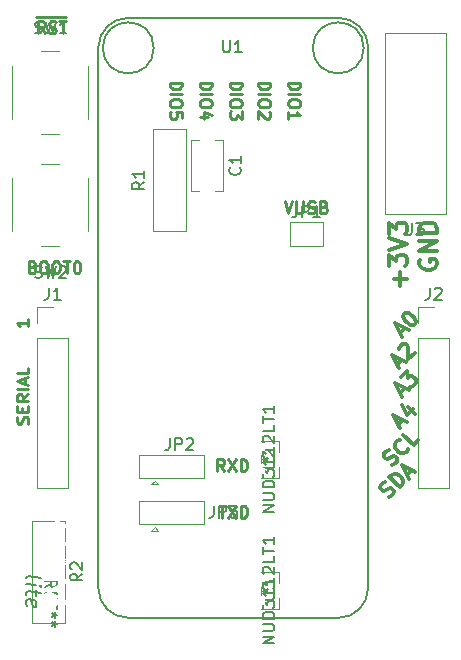
<source format=gto>
G04 #@! TF.GenerationSoftware,KiCad,Pcbnew,(7.0.0)*
G04 #@! TF.CreationDate,2023-05-02T10:20:12-04:00*
G04 #@! TF.ProjectId,Feather-F405-Bridge,46656174-6865-4722-9d46-3430352d4272,rev?*
G04 #@! TF.SameCoordinates,Original*
G04 #@! TF.FileFunction,Legend,Top*
G04 #@! TF.FilePolarity,Positive*
%FSLAX46Y46*%
G04 Gerber Fmt 4.6, Leading zero omitted, Abs format (unit mm)*
G04 Created by KiCad (PCBNEW (7.0.0)) date 2023-05-02 10:20:12*
%MOMM*%
%LPD*%
G01*
G04 APERTURE LIST*
G04 Aperture macros list*
%AMFreePoly0*
4,1,6,1.000000,0.000000,0.500000,-0.750000,-0.500000,-0.750000,-0.500000,0.750000,0.500000,0.750000,1.000000,0.000000,1.000000,0.000000,$1*%
%AMFreePoly1*
4,1,6,0.500000,-0.750000,-0.650000,-0.750000,-0.150000,0.000000,-0.650000,0.750000,0.500000,0.750000,0.500000,-0.750000,0.500000,-0.750000,$1*%
G04 Aperture macros list end*
%ADD10C,0.250000*%
%ADD11C,0.300000*%
%ADD12C,0.150000*%
%ADD13C,0.177800*%
%ADD14C,0.120000*%
%ADD15C,0.203200*%
%ADD16C,0.075726*%
%ADD17R,1.270000X0.558800*%
%ADD18C,1.600000*%
%ADD19R,1.500000X1.500000*%
%ADD20FreePoly0,0.000000*%
%ADD21FreePoly0,180.000000*%
%ADD22C,2.000000*%
%ADD23C,3.556000*%
%ADD24C,2.540000*%
%ADD25R,1.700000X1.700000*%
%ADD26O,1.700000X1.700000*%
%ADD27C,1.700000*%
%ADD28FreePoly1,0.000000*%
G04 APERTURE END LIST*
D10*
X47966380Y-119493380D02*
X47633047Y-119017190D01*
X47394952Y-119493380D02*
X47394952Y-118493380D01*
X47394952Y-118493380D02*
X47775904Y-118493380D01*
X47775904Y-118493380D02*
X47871142Y-118541000D01*
X47871142Y-118541000D02*
X47918761Y-118588619D01*
X47918761Y-118588619D02*
X47966380Y-118683857D01*
X47966380Y-118683857D02*
X47966380Y-118826714D01*
X47966380Y-118826714D02*
X47918761Y-118921952D01*
X47918761Y-118921952D02*
X47871142Y-118969571D01*
X47871142Y-118969571D02*
X47775904Y-119017190D01*
X47775904Y-119017190D02*
X47394952Y-119017190D01*
X48347333Y-119445761D02*
X48490190Y-119493380D01*
X48490190Y-119493380D02*
X48728285Y-119493380D01*
X48728285Y-119493380D02*
X48823523Y-119445761D01*
X48823523Y-119445761D02*
X48871142Y-119398142D01*
X48871142Y-119398142D02*
X48918761Y-119302904D01*
X48918761Y-119302904D02*
X48918761Y-119207666D01*
X48918761Y-119207666D02*
X48871142Y-119112428D01*
X48871142Y-119112428D02*
X48823523Y-119064809D01*
X48823523Y-119064809D02*
X48728285Y-119017190D01*
X48728285Y-119017190D02*
X48537809Y-118969571D01*
X48537809Y-118969571D02*
X48442571Y-118921952D01*
X48442571Y-118921952D02*
X48394952Y-118874333D01*
X48394952Y-118874333D02*
X48347333Y-118779095D01*
X48347333Y-118779095D02*
X48347333Y-118683857D01*
X48347333Y-118683857D02*
X48394952Y-118588619D01*
X48394952Y-118588619D02*
X48442571Y-118541000D01*
X48442571Y-118541000D02*
X48537809Y-118493380D01*
X48537809Y-118493380D02*
X48775904Y-118493380D01*
X48775904Y-118493380D02*
X48918761Y-118541000D01*
X49204476Y-118493380D02*
X49775904Y-118493380D01*
X49490190Y-119493380D02*
X49490190Y-118493380D01*
X47256857Y-118141000D02*
X49771143Y-118141000D01*
X58560619Y-123682095D02*
X59560619Y-123682095D01*
X59560619Y-123682095D02*
X59560619Y-123920190D01*
X59560619Y-123920190D02*
X59513000Y-124063047D01*
X59513000Y-124063047D02*
X59417761Y-124158285D01*
X59417761Y-124158285D02*
X59322523Y-124205904D01*
X59322523Y-124205904D02*
X59132047Y-124253523D01*
X59132047Y-124253523D02*
X58989190Y-124253523D01*
X58989190Y-124253523D02*
X58798714Y-124205904D01*
X58798714Y-124205904D02*
X58703476Y-124158285D01*
X58703476Y-124158285D02*
X58608238Y-124063047D01*
X58608238Y-124063047D02*
X58560619Y-123920190D01*
X58560619Y-123920190D02*
X58560619Y-123682095D01*
X58560619Y-124682095D02*
X59560619Y-124682095D01*
X59560619Y-125348761D02*
X59560619Y-125539237D01*
X59560619Y-125539237D02*
X59513000Y-125634475D01*
X59513000Y-125634475D02*
X59417761Y-125729713D01*
X59417761Y-125729713D02*
X59227285Y-125777332D01*
X59227285Y-125777332D02*
X58893952Y-125777332D01*
X58893952Y-125777332D02*
X58703476Y-125729713D01*
X58703476Y-125729713D02*
X58608238Y-125634475D01*
X58608238Y-125634475D02*
X58560619Y-125539237D01*
X58560619Y-125539237D02*
X58560619Y-125348761D01*
X58560619Y-125348761D02*
X58608238Y-125253523D01*
X58608238Y-125253523D02*
X58703476Y-125158285D01*
X58703476Y-125158285D02*
X58893952Y-125110666D01*
X58893952Y-125110666D02*
X59227285Y-125110666D01*
X59227285Y-125110666D02*
X59417761Y-125158285D01*
X59417761Y-125158285D02*
X59513000Y-125253523D01*
X59513000Y-125253523D02*
X59560619Y-125348761D01*
X59560619Y-126682094D02*
X59560619Y-126205904D01*
X59560619Y-126205904D02*
X59084428Y-126158285D01*
X59084428Y-126158285D02*
X59132047Y-126205904D01*
X59132047Y-126205904D02*
X59179666Y-126301142D01*
X59179666Y-126301142D02*
X59179666Y-126539237D01*
X59179666Y-126539237D02*
X59132047Y-126634475D01*
X59132047Y-126634475D02*
X59084428Y-126682094D01*
X59084428Y-126682094D02*
X58989190Y-126729713D01*
X58989190Y-126729713D02*
X58751095Y-126729713D01*
X58751095Y-126729713D02*
X58655857Y-126682094D01*
X58655857Y-126682094D02*
X58608238Y-126634475D01*
X58608238Y-126634475D02*
X58560619Y-126539237D01*
X58560619Y-126539237D02*
X58560619Y-126301142D01*
X58560619Y-126301142D02*
X58608238Y-126205904D01*
X58608238Y-126205904D02*
X58655857Y-126158285D01*
X62706238Y-159514380D02*
X63277666Y-159514380D01*
X62991952Y-160514380D02*
X62991952Y-159514380D01*
X63515762Y-159514380D02*
X64182428Y-160514380D01*
X64182428Y-159514380D02*
X63515762Y-160514380D01*
X64563381Y-160514380D02*
X64563381Y-159514380D01*
X64563381Y-159514380D02*
X64801476Y-159514380D01*
X64801476Y-159514380D02*
X64944333Y-159562000D01*
X64944333Y-159562000D02*
X65039571Y-159657238D01*
X65039571Y-159657238D02*
X65087190Y-159752476D01*
X65087190Y-159752476D02*
X65134809Y-159942952D01*
X65134809Y-159942952D02*
X65134809Y-160085809D01*
X65134809Y-160085809D02*
X65087190Y-160276285D01*
X65087190Y-160276285D02*
X65039571Y-160371523D01*
X65039571Y-160371523D02*
X64944333Y-160466761D01*
X64944333Y-160466761D02*
X64801476Y-160514380D01*
X64801476Y-160514380D02*
X64563381Y-160514380D01*
X63640619Y-123682095D02*
X64640619Y-123682095D01*
X64640619Y-123682095D02*
X64640619Y-123920190D01*
X64640619Y-123920190D02*
X64593000Y-124063047D01*
X64593000Y-124063047D02*
X64497761Y-124158285D01*
X64497761Y-124158285D02*
X64402523Y-124205904D01*
X64402523Y-124205904D02*
X64212047Y-124253523D01*
X64212047Y-124253523D02*
X64069190Y-124253523D01*
X64069190Y-124253523D02*
X63878714Y-124205904D01*
X63878714Y-124205904D02*
X63783476Y-124158285D01*
X63783476Y-124158285D02*
X63688238Y-124063047D01*
X63688238Y-124063047D02*
X63640619Y-123920190D01*
X63640619Y-123920190D02*
X63640619Y-123682095D01*
X63640619Y-124682095D02*
X64640619Y-124682095D01*
X64640619Y-125348761D02*
X64640619Y-125539237D01*
X64640619Y-125539237D02*
X64593000Y-125634475D01*
X64593000Y-125634475D02*
X64497761Y-125729713D01*
X64497761Y-125729713D02*
X64307285Y-125777332D01*
X64307285Y-125777332D02*
X63973952Y-125777332D01*
X63973952Y-125777332D02*
X63783476Y-125729713D01*
X63783476Y-125729713D02*
X63688238Y-125634475D01*
X63688238Y-125634475D02*
X63640619Y-125539237D01*
X63640619Y-125539237D02*
X63640619Y-125348761D01*
X63640619Y-125348761D02*
X63688238Y-125253523D01*
X63688238Y-125253523D02*
X63783476Y-125158285D01*
X63783476Y-125158285D02*
X63973952Y-125110666D01*
X63973952Y-125110666D02*
X64307285Y-125110666D01*
X64307285Y-125110666D02*
X64497761Y-125158285D01*
X64497761Y-125158285D02*
X64593000Y-125253523D01*
X64593000Y-125253523D02*
X64640619Y-125348761D01*
X64640619Y-126110666D02*
X64640619Y-126729713D01*
X64640619Y-126729713D02*
X64259666Y-126396380D01*
X64259666Y-126396380D02*
X64259666Y-126539237D01*
X64259666Y-126539237D02*
X64212047Y-126634475D01*
X64212047Y-126634475D02*
X64164428Y-126682094D01*
X64164428Y-126682094D02*
X64069190Y-126729713D01*
X64069190Y-126729713D02*
X63831095Y-126729713D01*
X63831095Y-126729713D02*
X63735857Y-126682094D01*
X63735857Y-126682094D02*
X63688238Y-126634475D01*
X63688238Y-126634475D02*
X63640619Y-126539237D01*
X63640619Y-126539237D02*
X63640619Y-126253523D01*
X63640619Y-126253523D02*
X63688238Y-126158285D01*
X63688238Y-126158285D02*
X63735857Y-126110666D01*
D11*
X78016134Y-144886233D02*
X78437031Y-144465336D01*
X78184492Y-145222950D02*
X77595237Y-144044439D01*
X77595237Y-144044439D02*
X78773748Y-144633695D01*
X78352852Y-143286824D02*
X78437031Y-143202645D01*
X78437031Y-143202645D02*
X78563300Y-143160555D01*
X78563300Y-143160555D02*
X78647479Y-143160555D01*
X78647479Y-143160555D02*
X78773748Y-143202645D01*
X78773748Y-143202645D02*
X78984197Y-143328914D01*
X78984197Y-143328914D02*
X79194645Y-143539363D01*
X79194645Y-143539363D02*
X79320914Y-143749811D01*
X79320914Y-143749811D02*
X79363004Y-143876080D01*
X79363004Y-143876080D02*
X79363004Y-143960259D01*
X79363004Y-143960259D02*
X79320914Y-144086529D01*
X79320914Y-144086529D02*
X79236735Y-144170708D01*
X79236735Y-144170708D02*
X79110466Y-144212798D01*
X79110466Y-144212798D02*
X79026287Y-144212798D01*
X79026287Y-144212798D02*
X78900017Y-144170708D01*
X78900017Y-144170708D02*
X78689569Y-144044439D01*
X78689569Y-144044439D02*
X78479121Y-143833990D01*
X78479121Y-143833990D02*
X78352852Y-143623542D01*
X78352852Y-143623542D02*
X78310762Y-143497273D01*
X78310762Y-143497273D02*
X78310762Y-143413093D01*
X78310762Y-143413093D02*
X78352852Y-143286824D01*
D10*
X46595380Y-143732285D02*
X46595380Y-144303713D01*
X46595380Y-144017999D02*
X45595380Y-144017999D01*
X45595380Y-144017999D02*
X45738238Y-144113237D01*
X45738238Y-144113237D02*
X45833476Y-144208475D01*
X45833476Y-144208475D02*
X45881095Y-144303713D01*
X68270667Y-133733380D02*
X68604000Y-134733380D01*
X68604000Y-134733380D02*
X68937333Y-133733380D01*
X69270667Y-133733380D02*
X69270667Y-134542904D01*
X69270667Y-134542904D02*
X69318286Y-134638142D01*
X69318286Y-134638142D02*
X69365905Y-134685761D01*
X69365905Y-134685761D02*
X69461143Y-134733380D01*
X69461143Y-134733380D02*
X69651619Y-134733380D01*
X69651619Y-134733380D02*
X69746857Y-134685761D01*
X69746857Y-134685761D02*
X69794476Y-134638142D01*
X69794476Y-134638142D02*
X69842095Y-134542904D01*
X69842095Y-134542904D02*
X69842095Y-133733380D01*
X70270667Y-134685761D02*
X70413524Y-134733380D01*
X70413524Y-134733380D02*
X70651619Y-134733380D01*
X70651619Y-134733380D02*
X70746857Y-134685761D01*
X70746857Y-134685761D02*
X70794476Y-134638142D01*
X70794476Y-134638142D02*
X70842095Y-134542904D01*
X70842095Y-134542904D02*
X70842095Y-134447666D01*
X70842095Y-134447666D02*
X70794476Y-134352428D01*
X70794476Y-134352428D02*
X70746857Y-134304809D01*
X70746857Y-134304809D02*
X70651619Y-134257190D01*
X70651619Y-134257190D02*
X70461143Y-134209571D01*
X70461143Y-134209571D02*
X70365905Y-134161952D01*
X70365905Y-134161952D02*
X70318286Y-134114333D01*
X70318286Y-134114333D02*
X70270667Y-134019095D01*
X70270667Y-134019095D02*
X70270667Y-133923857D01*
X70270667Y-133923857D02*
X70318286Y-133828619D01*
X70318286Y-133828619D02*
X70365905Y-133781000D01*
X70365905Y-133781000D02*
X70461143Y-133733380D01*
X70461143Y-133733380D02*
X70699238Y-133733380D01*
X70699238Y-133733380D02*
X70842095Y-133781000D01*
X71604000Y-134209571D02*
X71746857Y-134257190D01*
X71746857Y-134257190D02*
X71794476Y-134304809D01*
X71794476Y-134304809D02*
X71842095Y-134400047D01*
X71842095Y-134400047D02*
X71842095Y-134542904D01*
X71842095Y-134542904D02*
X71794476Y-134638142D01*
X71794476Y-134638142D02*
X71746857Y-134685761D01*
X71746857Y-134685761D02*
X71651619Y-134733380D01*
X71651619Y-134733380D02*
X71270667Y-134733380D01*
X71270667Y-134733380D02*
X71270667Y-133733380D01*
X71270667Y-133733380D02*
X71604000Y-133733380D01*
X71604000Y-133733380D02*
X71699238Y-133781000D01*
X71699238Y-133781000D02*
X71746857Y-133828619D01*
X71746857Y-133828619D02*
X71794476Y-133923857D01*
X71794476Y-133923857D02*
X71794476Y-134019095D01*
X71794476Y-134019095D02*
X71746857Y-134114333D01*
X71746857Y-134114333D02*
X71699238Y-134161952D01*
X71699238Y-134161952D02*
X71604000Y-134209571D01*
X71604000Y-134209571D02*
X71270667Y-134209571D01*
D11*
X77384789Y-156098475D02*
X77553147Y-156014296D01*
X77553147Y-156014296D02*
X77763596Y-155803847D01*
X77763596Y-155803847D02*
X77805685Y-155677578D01*
X77805685Y-155677578D02*
X77805685Y-155593399D01*
X77805685Y-155593399D02*
X77763596Y-155467130D01*
X77763596Y-155467130D02*
X77679416Y-155382950D01*
X77679416Y-155382950D02*
X77553147Y-155340861D01*
X77553147Y-155340861D02*
X77468968Y-155340861D01*
X77468968Y-155340861D02*
X77342699Y-155382950D01*
X77342699Y-155382950D02*
X77132250Y-155509219D01*
X77132250Y-155509219D02*
X77005981Y-155551309D01*
X77005981Y-155551309D02*
X76921802Y-155551309D01*
X76921802Y-155551309D02*
X76795533Y-155509219D01*
X76795533Y-155509219D02*
X76711353Y-155425040D01*
X76711353Y-155425040D02*
X76669264Y-155298771D01*
X76669264Y-155298771D02*
X76669264Y-155214592D01*
X76669264Y-155214592D02*
X76711353Y-155088322D01*
X76711353Y-155088322D02*
X76921802Y-154877874D01*
X76921802Y-154877874D02*
X77090161Y-154793695D01*
X78731658Y-154667426D02*
X78731658Y-154751605D01*
X78731658Y-154751605D02*
X78647479Y-154919964D01*
X78647479Y-154919964D02*
X78563300Y-155004143D01*
X78563300Y-155004143D02*
X78394941Y-155088323D01*
X78394941Y-155088323D02*
X78226582Y-155088323D01*
X78226582Y-155088323D02*
X78100313Y-155046233D01*
X78100313Y-155046233D02*
X77889865Y-154919964D01*
X77889865Y-154919964D02*
X77763596Y-154793695D01*
X77763596Y-154793695D02*
X77637327Y-154583246D01*
X77637327Y-154583246D02*
X77595237Y-154456977D01*
X77595237Y-154456977D02*
X77595237Y-154288619D01*
X77595237Y-154288619D02*
X77679416Y-154120260D01*
X77679416Y-154120260D02*
X77763596Y-154036080D01*
X77763596Y-154036080D02*
X77931954Y-153951901D01*
X77931954Y-153951901D02*
X78016134Y-153951901D01*
X79615542Y-153951901D02*
X79194645Y-154372798D01*
X79194645Y-154372798D02*
X78310762Y-153488914D01*
D10*
X46547761Y-152550523D02*
X46595380Y-152407666D01*
X46595380Y-152407666D02*
X46595380Y-152169571D01*
X46595380Y-152169571D02*
X46547761Y-152074333D01*
X46547761Y-152074333D02*
X46500142Y-152026714D01*
X46500142Y-152026714D02*
X46404904Y-151979095D01*
X46404904Y-151979095D02*
X46309666Y-151979095D01*
X46309666Y-151979095D02*
X46214428Y-152026714D01*
X46214428Y-152026714D02*
X46166809Y-152074333D01*
X46166809Y-152074333D02*
X46119190Y-152169571D01*
X46119190Y-152169571D02*
X46071571Y-152360047D01*
X46071571Y-152360047D02*
X46023952Y-152455285D01*
X46023952Y-152455285D02*
X45976333Y-152502904D01*
X45976333Y-152502904D02*
X45881095Y-152550523D01*
X45881095Y-152550523D02*
X45785857Y-152550523D01*
X45785857Y-152550523D02*
X45690619Y-152502904D01*
X45690619Y-152502904D02*
X45643000Y-152455285D01*
X45643000Y-152455285D02*
X45595380Y-152360047D01*
X45595380Y-152360047D02*
X45595380Y-152121952D01*
X45595380Y-152121952D02*
X45643000Y-151979095D01*
X46071571Y-151550523D02*
X46071571Y-151217190D01*
X46595380Y-151074333D02*
X46595380Y-151550523D01*
X46595380Y-151550523D02*
X45595380Y-151550523D01*
X45595380Y-151550523D02*
X45595380Y-151074333D01*
X46595380Y-150074333D02*
X46119190Y-150407666D01*
X46595380Y-150645761D02*
X45595380Y-150645761D01*
X45595380Y-150645761D02*
X45595380Y-150264809D01*
X45595380Y-150264809D02*
X45643000Y-150169571D01*
X45643000Y-150169571D02*
X45690619Y-150121952D01*
X45690619Y-150121952D02*
X45785857Y-150074333D01*
X45785857Y-150074333D02*
X45928714Y-150074333D01*
X45928714Y-150074333D02*
X46023952Y-150121952D01*
X46023952Y-150121952D02*
X46071571Y-150169571D01*
X46071571Y-150169571D02*
X46119190Y-150264809D01*
X46119190Y-150264809D02*
X46119190Y-150645761D01*
X46595380Y-149645761D02*
X45595380Y-149645761D01*
X46309666Y-149217190D02*
X46309666Y-148741000D01*
X46595380Y-149312428D02*
X45595380Y-148979095D01*
X45595380Y-148979095D02*
X46595380Y-148645762D01*
X46595380Y-147836238D02*
X46595380Y-148312428D01*
X46595380Y-148312428D02*
X45595380Y-148312428D01*
X63166523Y-156577380D02*
X62833190Y-156101190D01*
X62595095Y-156577380D02*
X62595095Y-155577380D01*
X62595095Y-155577380D02*
X62976047Y-155577380D01*
X62976047Y-155577380D02*
X63071285Y-155625000D01*
X63071285Y-155625000D02*
X63118904Y-155672619D01*
X63118904Y-155672619D02*
X63166523Y-155767857D01*
X63166523Y-155767857D02*
X63166523Y-155910714D01*
X63166523Y-155910714D02*
X63118904Y-156005952D01*
X63118904Y-156005952D02*
X63071285Y-156053571D01*
X63071285Y-156053571D02*
X62976047Y-156101190D01*
X62976047Y-156101190D02*
X62595095Y-156101190D01*
X63499857Y-155577380D02*
X64166523Y-156577380D01*
X64166523Y-155577380D02*
X63499857Y-156577380D01*
X64547476Y-156577380D02*
X64547476Y-155577380D01*
X64547476Y-155577380D02*
X64785571Y-155577380D01*
X64785571Y-155577380D02*
X64928428Y-155625000D01*
X64928428Y-155625000D02*
X65023666Y-155720238D01*
X65023666Y-155720238D02*
X65071285Y-155815476D01*
X65071285Y-155815476D02*
X65118904Y-156005952D01*
X65118904Y-156005952D02*
X65118904Y-156148809D01*
X65118904Y-156148809D02*
X65071285Y-156339285D01*
X65071285Y-156339285D02*
X65023666Y-156434523D01*
X65023666Y-156434523D02*
X64928428Y-156529761D01*
X64928428Y-156529761D02*
X64785571Y-156577380D01*
X64785571Y-156577380D02*
X64547476Y-156577380D01*
X46934666Y-139289571D02*
X47077523Y-139337190D01*
X47077523Y-139337190D02*
X47125142Y-139384809D01*
X47125142Y-139384809D02*
X47172761Y-139480047D01*
X47172761Y-139480047D02*
X47172761Y-139622904D01*
X47172761Y-139622904D02*
X47125142Y-139718142D01*
X47125142Y-139718142D02*
X47077523Y-139765761D01*
X47077523Y-139765761D02*
X46982285Y-139813380D01*
X46982285Y-139813380D02*
X46601333Y-139813380D01*
X46601333Y-139813380D02*
X46601333Y-138813380D01*
X46601333Y-138813380D02*
X46934666Y-138813380D01*
X46934666Y-138813380D02*
X47029904Y-138861000D01*
X47029904Y-138861000D02*
X47077523Y-138908619D01*
X47077523Y-138908619D02*
X47125142Y-139003857D01*
X47125142Y-139003857D02*
X47125142Y-139099095D01*
X47125142Y-139099095D02*
X47077523Y-139194333D01*
X47077523Y-139194333D02*
X47029904Y-139241952D01*
X47029904Y-139241952D02*
X46934666Y-139289571D01*
X46934666Y-139289571D02*
X46601333Y-139289571D01*
X47791809Y-138813380D02*
X47982285Y-138813380D01*
X47982285Y-138813380D02*
X48077523Y-138861000D01*
X48077523Y-138861000D02*
X48172761Y-138956238D01*
X48172761Y-138956238D02*
X48220380Y-139146714D01*
X48220380Y-139146714D02*
X48220380Y-139480047D01*
X48220380Y-139480047D02*
X48172761Y-139670523D01*
X48172761Y-139670523D02*
X48077523Y-139765761D01*
X48077523Y-139765761D02*
X47982285Y-139813380D01*
X47982285Y-139813380D02*
X47791809Y-139813380D01*
X47791809Y-139813380D02*
X47696571Y-139765761D01*
X47696571Y-139765761D02*
X47601333Y-139670523D01*
X47601333Y-139670523D02*
X47553714Y-139480047D01*
X47553714Y-139480047D02*
X47553714Y-139146714D01*
X47553714Y-139146714D02*
X47601333Y-138956238D01*
X47601333Y-138956238D02*
X47696571Y-138861000D01*
X47696571Y-138861000D02*
X47791809Y-138813380D01*
X48839428Y-138813380D02*
X49029904Y-138813380D01*
X49029904Y-138813380D02*
X49125142Y-138861000D01*
X49125142Y-138861000D02*
X49220380Y-138956238D01*
X49220380Y-138956238D02*
X49267999Y-139146714D01*
X49267999Y-139146714D02*
X49267999Y-139480047D01*
X49267999Y-139480047D02*
X49220380Y-139670523D01*
X49220380Y-139670523D02*
X49125142Y-139765761D01*
X49125142Y-139765761D02*
X49029904Y-139813380D01*
X49029904Y-139813380D02*
X48839428Y-139813380D01*
X48839428Y-139813380D02*
X48744190Y-139765761D01*
X48744190Y-139765761D02*
X48648952Y-139670523D01*
X48648952Y-139670523D02*
X48601333Y-139480047D01*
X48601333Y-139480047D02*
X48601333Y-139146714D01*
X48601333Y-139146714D02*
X48648952Y-138956238D01*
X48648952Y-138956238D02*
X48744190Y-138861000D01*
X48744190Y-138861000D02*
X48839428Y-138813380D01*
X49553714Y-138813380D02*
X50125142Y-138813380D01*
X49839428Y-139813380D02*
X49839428Y-138813380D01*
X50648952Y-138813380D02*
X50744190Y-138813380D01*
X50744190Y-138813380D02*
X50839428Y-138861000D01*
X50839428Y-138861000D02*
X50887047Y-138908619D01*
X50887047Y-138908619D02*
X50934666Y-139003857D01*
X50934666Y-139003857D02*
X50982285Y-139194333D01*
X50982285Y-139194333D02*
X50982285Y-139432428D01*
X50982285Y-139432428D02*
X50934666Y-139622904D01*
X50934666Y-139622904D02*
X50887047Y-139718142D01*
X50887047Y-139718142D02*
X50839428Y-139765761D01*
X50839428Y-139765761D02*
X50744190Y-139813380D01*
X50744190Y-139813380D02*
X50648952Y-139813380D01*
X50648952Y-139813380D02*
X50553714Y-139765761D01*
X50553714Y-139765761D02*
X50506095Y-139718142D01*
X50506095Y-139718142D02*
X50458476Y-139622904D01*
X50458476Y-139622904D02*
X50410857Y-139432428D01*
X50410857Y-139432428D02*
X50410857Y-139194333D01*
X50410857Y-139194333D02*
X50458476Y-139003857D01*
X50458476Y-139003857D02*
X50506095Y-138908619D01*
X50506095Y-138908619D02*
X50553714Y-138861000D01*
X50553714Y-138861000D02*
X50648952Y-138813380D01*
D11*
X77088699Y-158807565D02*
X77257057Y-158723385D01*
X77257057Y-158723385D02*
X77467506Y-158512937D01*
X77467506Y-158512937D02*
X77509596Y-158386668D01*
X77509596Y-158386668D02*
X77509596Y-158302489D01*
X77509596Y-158302489D02*
X77467506Y-158176220D01*
X77467506Y-158176220D02*
X77383327Y-158092040D01*
X77383327Y-158092040D02*
X77257057Y-158049950D01*
X77257057Y-158049950D02*
X77172878Y-158049950D01*
X77172878Y-158049950D02*
X77046609Y-158092040D01*
X77046609Y-158092040D02*
X76836161Y-158218309D01*
X76836161Y-158218309D02*
X76709891Y-158260399D01*
X76709891Y-158260399D02*
X76625712Y-158260399D01*
X76625712Y-158260399D02*
X76499443Y-158218309D01*
X76499443Y-158218309D02*
X76415264Y-158134130D01*
X76415264Y-158134130D02*
X76373174Y-158007861D01*
X76373174Y-158007861D02*
X76373174Y-157923681D01*
X76373174Y-157923681D02*
X76415264Y-157797412D01*
X76415264Y-157797412D02*
X76625712Y-157586964D01*
X76625712Y-157586964D02*
X76794071Y-157502784D01*
X78014672Y-157965771D02*
X77130788Y-157081888D01*
X77130788Y-157081888D02*
X77341237Y-156871439D01*
X77341237Y-156871439D02*
X77509595Y-156787260D01*
X77509595Y-156787260D02*
X77677954Y-156787260D01*
X77677954Y-156787260D02*
X77804223Y-156829350D01*
X77804223Y-156829350D02*
X78014672Y-156955619D01*
X78014672Y-156955619D02*
X78140941Y-157081888D01*
X78140941Y-157081888D02*
X78267210Y-157292336D01*
X78267210Y-157292336D02*
X78309300Y-157418605D01*
X78309300Y-157418605D02*
X78309300Y-157586964D01*
X78309300Y-157586964D02*
X78225120Y-157755323D01*
X78225120Y-157755323D02*
X78014672Y-157965771D01*
X78603927Y-156871439D02*
X79024824Y-156450542D01*
X78772286Y-157208157D02*
X78183030Y-156029645D01*
X78183030Y-156029645D02*
X79361542Y-156618901D01*
X77889134Y-152633233D02*
X78310031Y-152212336D01*
X78057492Y-152969950D02*
X77468237Y-151791439D01*
X77468237Y-151791439D02*
X78646748Y-152380695D01*
X78730928Y-151118004D02*
X79320183Y-151707259D01*
X78183762Y-150991735D02*
X78604659Y-151833529D01*
X78604659Y-151833529D02*
X79151825Y-151286363D01*
D10*
X61100619Y-123682095D02*
X62100619Y-123682095D01*
X62100619Y-123682095D02*
X62100619Y-123920190D01*
X62100619Y-123920190D02*
X62053000Y-124063047D01*
X62053000Y-124063047D02*
X61957761Y-124158285D01*
X61957761Y-124158285D02*
X61862523Y-124205904D01*
X61862523Y-124205904D02*
X61672047Y-124253523D01*
X61672047Y-124253523D02*
X61529190Y-124253523D01*
X61529190Y-124253523D02*
X61338714Y-124205904D01*
X61338714Y-124205904D02*
X61243476Y-124158285D01*
X61243476Y-124158285D02*
X61148238Y-124063047D01*
X61148238Y-124063047D02*
X61100619Y-123920190D01*
X61100619Y-123920190D02*
X61100619Y-123682095D01*
X61100619Y-124682095D02*
X62100619Y-124682095D01*
X62100619Y-125348761D02*
X62100619Y-125539237D01*
X62100619Y-125539237D02*
X62053000Y-125634475D01*
X62053000Y-125634475D02*
X61957761Y-125729713D01*
X61957761Y-125729713D02*
X61767285Y-125777332D01*
X61767285Y-125777332D02*
X61433952Y-125777332D01*
X61433952Y-125777332D02*
X61243476Y-125729713D01*
X61243476Y-125729713D02*
X61148238Y-125634475D01*
X61148238Y-125634475D02*
X61100619Y-125539237D01*
X61100619Y-125539237D02*
X61100619Y-125348761D01*
X61100619Y-125348761D02*
X61148238Y-125253523D01*
X61148238Y-125253523D02*
X61243476Y-125158285D01*
X61243476Y-125158285D02*
X61433952Y-125110666D01*
X61433952Y-125110666D02*
X61767285Y-125110666D01*
X61767285Y-125110666D02*
X61957761Y-125158285D01*
X61957761Y-125158285D02*
X62053000Y-125253523D01*
X62053000Y-125253523D02*
X62100619Y-125348761D01*
X61767285Y-126634475D02*
X61100619Y-126634475D01*
X62148238Y-126396380D02*
X61433952Y-126158285D01*
X61433952Y-126158285D02*
X61433952Y-126777332D01*
X68593619Y-123682095D02*
X69593619Y-123682095D01*
X69593619Y-123682095D02*
X69593619Y-123920190D01*
X69593619Y-123920190D02*
X69546000Y-124063047D01*
X69546000Y-124063047D02*
X69450761Y-124158285D01*
X69450761Y-124158285D02*
X69355523Y-124205904D01*
X69355523Y-124205904D02*
X69165047Y-124253523D01*
X69165047Y-124253523D02*
X69022190Y-124253523D01*
X69022190Y-124253523D02*
X68831714Y-124205904D01*
X68831714Y-124205904D02*
X68736476Y-124158285D01*
X68736476Y-124158285D02*
X68641238Y-124063047D01*
X68641238Y-124063047D02*
X68593619Y-123920190D01*
X68593619Y-123920190D02*
X68593619Y-123682095D01*
X68593619Y-124682095D02*
X69593619Y-124682095D01*
X69593619Y-125348761D02*
X69593619Y-125539237D01*
X69593619Y-125539237D02*
X69546000Y-125634475D01*
X69546000Y-125634475D02*
X69450761Y-125729713D01*
X69450761Y-125729713D02*
X69260285Y-125777332D01*
X69260285Y-125777332D02*
X68926952Y-125777332D01*
X68926952Y-125777332D02*
X68736476Y-125729713D01*
X68736476Y-125729713D02*
X68641238Y-125634475D01*
X68641238Y-125634475D02*
X68593619Y-125539237D01*
X68593619Y-125539237D02*
X68593619Y-125348761D01*
X68593619Y-125348761D02*
X68641238Y-125253523D01*
X68641238Y-125253523D02*
X68736476Y-125158285D01*
X68736476Y-125158285D02*
X68926952Y-125110666D01*
X68926952Y-125110666D02*
X69260285Y-125110666D01*
X69260285Y-125110666D02*
X69450761Y-125158285D01*
X69450761Y-125158285D02*
X69546000Y-125253523D01*
X69546000Y-125253523D02*
X69593619Y-125348761D01*
X68593619Y-126729713D02*
X68593619Y-126158285D01*
X68593619Y-126443999D02*
X69593619Y-126443999D01*
X69593619Y-126443999D02*
X69450761Y-126348761D01*
X69450761Y-126348761D02*
X69355523Y-126253523D01*
X69355523Y-126253523D02*
X69307904Y-126158285D01*
D11*
X79767500Y-138683571D02*
X79696071Y-138826429D01*
X79696071Y-138826429D02*
X79696071Y-139040714D01*
X79696071Y-139040714D02*
X79767500Y-139255000D01*
X79767500Y-139255000D02*
X79910357Y-139397857D01*
X79910357Y-139397857D02*
X80053214Y-139469286D01*
X80053214Y-139469286D02*
X80338928Y-139540714D01*
X80338928Y-139540714D02*
X80553214Y-139540714D01*
X80553214Y-139540714D02*
X80838928Y-139469286D01*
X80838928Y-139469286D02*
X80981785Y-139397857D01*
X80981785Y-139397857D02*
X81124642Y-139255000D01*
X81124642Y-139255000D02*
X81196071Y-139040714D01*
X81196071Y-139040714D02*
X81196071Y-138897857D01*
X81196071Y-138897857D02*
X81124642Y-138683571D01*
X81124642Y-138683571D02*
X81053214Y-138612143D01*
X81053214Y-138612143D02*
X80553214Y-138612143D01*
X80553214Y-138612143D02*
X80553214Y-138897857D01*
X81196071Y-137969286D02*
X79696071Y-137969286D01*
X79696071Y-137969286D02*
X81196071Y-137112143D01*
X81196071Y-137112143D02*
X79696071Y-137112143D01*
X81196071Y-136397857D02*
X79696071Y-136397857D01*
X79696071Y-136397857D02*
X79696071Y-136040714D01*
X79696071Y-136040714D02*
X79767500Y-135826428D01*
X79767500Y-135826428D02*
X79910357Y-135683571D01*
X79910357Y-135683571D02*
X80053214Y-135612142D01*
X80053214Y-135612142D02*
X80338928Y-135540714D01*
X80338928Y-135540714D02*
X80553214Y-135540714D01*
X80553214Y-135540714D02*
X80838928Y-135612142D01*
X80838928Y-135612142D02*
X80981785Y-135683571D01*
X80981785Y-135683571D02*
X81124642Y-135826428D01*
X81124642Y-135826428D02*
X81196071Y-136040714D01*
X81196071Y-136040714D02*
X81196071Y-136397857D01*
X78016134Y-149966233D02*
X78437031Y-149545336D01*
X78184492Y-150302950D02*
X77595237Y-149124439D01*
X77595237Y-149124439D02*
X78773748Y-149713695D01*
X78100313Y-148619363D02*
X78647479Y-148072197D01*
X78647479Y-148072197D02*
X78689569Y-148703542D01*
X78689569Y-148703542D02*
X78815838Y-148577273D01*
X78815838Y-148577273D02*
X78942107Y-148535183D01*
X78942107Y-148535183D02*
X79026287Y-148535183D01*
X79026287Y-148535183D02*
X79152556Y-148577273D01*
X79152556Y-148577273D02*
X79363004Y-148787721D01*
X79363004Y-148787721D02*
X79405094Y-148913990D01*
X79405094Y-148913990D02*
X79405094Y-148998170D01*
X79405094Y-148998170D02*
X79363004Y-149124439D01*
X79363004Y-149124439D02*
X79110466Y-149376977D01*
X79110466Y-149376977D02*
X78984197Y-149419067D01*
X78984197Y-149419067D02*
X78900017Y-149419067D01*
X77762134Y-147553233D02*
X78183031Y-147132336D01*
X77930492Y-147889950D02*
X77341237Y-146711439D01*
X77341237Y-146711439D02*
X78519748Y-147300695D01*
X77972582Y-146248452D02*
X77972582Y-146164273D01*
X77972582Y-146164273D02*
X78014672Y-146038004D01*
X78014672Y-146038004D02*
X78225121Y-145827555D01*
X78225121Y-145827555D02*
X78351390Y-145785466D01*
X78351390Y-145785466D02*
X78435569Y-145785466D01*
X78435569Y-145785466D02*
X78561838Y-145827555D01*
X78561838Y-145827555D02*
X78646017Y-145911735D01*
X78646017Y-145911735D02*
X78730197Y-146080093D01*
X78730197Y-146080093D02*
X78730197Y-147090246D01*
X78730197Y-147090246D02*
X79277363Y-146543080D01*
D10*
X66053619Y-123682095D02*
X67053619Y-123682095D01*
X67053619Y-123682095D02*
X67053619Y-123920190D01*
X67053619Y-123920190D02*
X67006000Y-124063047D01*
X67006000Y-124063047D02*
X66910761Y-124158285D01*
X66910761Y-124158285D02*
X66815523Y-124205904D01*
X66815523Y-124205904D02*
X66625047Y-124253523D01*
X66625047Y-124253523D02*
X66482190Y-124253523D01*
X66482190Y-124253523D02*
X66291714Y-124205904D01*
X66291714Y-124205904D02*
X66196476Y-124158285D01*
X66196476Y-124158285D02*
X66101238Y-124063047D01*
X66101238Y-124063047D02*
X66053619Y-123920190D01*
X66053619Y-123920190D02*
X66053619Y-123682095D01*
X66053619Y-124682095D02*
X67053619Y-124682095D01*
X67053619Y-125348761D02*
X67053619Y-125539237D01*
X67053619Y-125539237D02*
X67006000Y-125634475D01*
X67006000Y-125634475D02*
X66910761Y-125729713D01*
X66910761Y-125729713D02*
X66720285Y-125777332D01*
X66720285Y-125777332D02*
X66386952Y-125777332D01*
X66386952Y-125777332D02*
X66196476Y-125729713D01*
X66196476Y-125729713D02*
X66101238Y-125634475D01*
X66101238Y-125634475D02*
X66053619Y-125539237D01*
X66053619Y-125539237D02*
X66053619Y-125348761D01*
X66053619Y-125348761D02*
X66101238Y-125253523D01*
X66101238Y-125253523D02*
X66196476Y-125158285D01*
X66196476Y-125158285D02*
X66386952Y-125110666D01*
X66386952Y-125110666D02*
X66720285Y-125110666D01*
X66720285Y-125110666D02*
X66910761Y-125158285D01*
X66910761Y-125158285D02*
X67006000Y-125253523D01*
X67006000Y-125253523D02*
X67053619Y-125348761D01*
X66958380Y-126158285D02*
X67006000Y-126205904D01*
X67006000Y-126205904D02*
X67053619Y-126301142D01*
X67053619Y-126301142D02*
X67053619Y-126539237D01*
X67053619Y-126539237D02*
X67006000Y-126634475D01*
X67006000Y-126634475D02*
X66958380Y-126682094D01*
X66958380Y-126682094D02*
X66863142Y-126729713D01*
X66863142Y-126729713D02*
X66767904Y-126729713D01*
X66767904Y-126729713D02*
X66625047Y-126682094D01*
X66625047Y-126682094D02*
X66053619Y-126110666D01*
X66053619Y-126110666D02*
X66053619Y-126729713D01*
D11*
X78084642Y-140897856D02*
X78084642Y-139754999D01*
X78656071Y-140326427D02*
X77513214Y-140326427D01*
X77156071Y-139183570D02*
X77156071Y-138254998D01*
X77156071Y-138254998D02*
X77727500Y-138754998D01*
X77727500Y-138754998D02*
X77727500Y-138540713D01*
X77727500Y-138540713D02*
X77798928Y-138397856D01*
X77798928Y-138397856D02*
X77870357Y-138326427D01*
X77870357Y-138326427D02*
X78013214Y-138254998D01*
X78013214Y-138254998D02*
X78370357Y-138254998D01*
X78370357Y-138254998D02*
X78513214Y-138326427D01*
X78513214Y-138326427D02*
X78584642Y-138397856D01*
X78584642Y-138397856D02*
X78656071Y-138540713D01*
X78656071Y-138540713D02*
X78656071Y-138969284D01*
X78656071Y-138969284D02*
X78584642Y-139112141D01*
X78584642Y-139112141D02*
X78513214Y-139183570D01*
X77156071Y-137826427D02*
X78656071Y-137326427D01*
X78656071Y-137326427D02*
X77156071Y-136826427D01*
X77156071Y-136469285D02*
X77156071Y-135540713D01*
X77156071Y-135540713D02*
X77727500Y-136040713D01*
X77727500Y-136040713D02*
X77727500Y-135826428D01*
X77727500Y-135826428D02*
X77798928Y-135683571D01*
X77798928Y-135683571D02*
X77870357Y-135612142D01*
X77870357Y-135612142D02*
X78013214Y-135540713D01*
X78013214Y-135540713D02*
X78370357Y-135540713D01*
X78370357Y-135540713D02*
X78513214Y-135612142D01*
X78513214Y-135612142D02*
X78584642Y-135683571D01*
X78584642Y-135683571D02*
X78656071Y-135826428D01*
X78656071Y-135826428D02*
X78656071Y-136254999D01*
X78656071Y-136254999D02*
X78584642Y-136397856D01*
X78584642Y-136397856D02*
X78513214Y-136469285D01*
D12*
X66423380Y-167451944D02*
X67232904Y-167451944D01*
X67232904Y-167451944D02*
X67328142Y-167404325D01*
X67328142Y-167404325D02*
X67375761Y-167356706D01*
X67375761Y-167356706D02*
X67423380Y-167261468D01*
X67423380Y-167261468D02*
X67423380Y-167070992D01*
X67423380Y-167070992D02*
X67375761Y-166975754D01*
X67375761Y-166975754D02*
X67328142Y-166928135D01*
X67328142Y-166928135D02*
X67232904Y-166880516D01*
X67232904Y-166880516D02*
X66423380Y-166880516D01*
X66423380Y-166499563D02*
X66423380Y-165880516D01*
X66423380Y-165880516D02*
X66804333Y-166213849D01*
X66804333Y-166213849D02*
X66804333Y-166070992D01*
X66804333Y-166070992D02*
X66851952Y-165975754D01*
X66851952Y-165975754D02*
X66899571Y-165928135D01*
X66899571Y-165928135D02*
X66994809Y-165880516D01*
X66994809Y-165880516D02*
X67232904Y-165880516D01*
X67232904Y-165880516D02*
X67328142Y-165928135D01*
X67328142Y-165928135D02*
X67375761Y-165975754D01*
X67375761Y-165975754D02*
X67423380Y-166070992D01*
X67423380Y-166070992D02*
X67423380Y-166356706D01*
X67423380Y-166356706D02*
X67375761Y-166451944D01*
X67375761Y-166451944D02*
X67328142Y-166499563D01*
X67423380Y-171166230D02*
X66423380Y-171166230D01*
X66423380Y-171166230D02*
X67423380Y-170594802D01*
X67423380Y-170594802D02*
X66423380Y-170594802D01*
X66423380Y-170118611D02*
X67232904Y-170118611D01*
X67232904Y-170118611D02*
X67328142Y-170070992D01*
X67328142Y-170070992D02*
X67375761Y-170023373D01*
X67375761Y-170023373D02*
X67423380Y-169928135D01*
X67423380Y-169928135D02*
X67423380Y-169737659D01*
X67423380Y-169737659D02*
X67375761Y-169642421D01*
X67375761Y-169642421D02*
X67328142Y-169594802D01*
X67328142Y-169594802D02*
X67232904Y-169547183D01*
X67232904Y-169547183D02*
X66423380Y-169547183D01*
X67423380Y-169070992D02*
X66423380Y-169070992D01*
X66423380Y-169070992D02*
X66423380Y-168832897D01*
X66423380Y-168832897D02*
X66471000Y-168690040D01*
X66471000Y-168690040D02*
X66566238Y-168594802D01*
X66566238Y-168594802D02*
X66661476Y-168547183D01*
X66661476Y-168547183D02*
X66851952Y-168499564D01*
X66851952Y-168499564D02*
X66994809Y-168499564D01*
X66994809Y-168499564D02*
X67185285Y-168547183D01*
X67185285Y-168547183D02*
X67280523Y-168594802D01*
X67280523Y-168594802D02*
X67375761Y-168690040D01*
X67375761Y-168690040D02*
X67423380Y-168832897D01*
X67423380Y-168832897D02*
X67423380Y-169070992D01*
X66423380Y-168166230D02*
X66423380Y-167547183D01*
X66423380Y-167547183D02*
X66804333Y-167880516D01*
X66804333Y-167880516D02*
X66804333Y-167737659D01*
X66804333Y-167737659D02*
X66851952Y-167642421D01*
X66851952Y-167642421D02*
X66899571Y-167594802D01*
X66899571Y-167594802D02*
X66994809Y-167547183D01*
X66994809Y-167547183D02*
X67232904Y-167547183D01*
X67232904Y-167547183D02*
X67328142Y-167594802D01*
X67328142Y-167594802D02*
X67375761Y-167642421D01*
X67375761Y-167642421D02*
X67423380Y-167737659D01*
X67423380Y-167737659D02*
X67423380Y-168023373D01*
X67423380Y-168023373D02*
X67375761Y-168118611D01*
X67375761Y-168118611D02*
X67328142Y-168166230D01*
X67423380Y-166594802D02*
X67423380Y-167166230D01*
X67423380Y-166880516D02*
X66423380Y-166880516D01*
X66423380Y-166880516D02*
X66566238Y-166975754D01*
X66566238Y-166975754D02*
X66661476Y-167070992D01*
X66661476Y-167070992D02*
X66709095Y-167166230D01*
X67423380Y-165642421D02*
X67423380Y-166213849D01*
X67423380Y-165928135D02*
X66423380Y-165928135D01*
X66423380Y-165928135D02*
X66566238Y-166023373D01*
X66566238Y-166023373D02*
X66661476Y-166118611D01*
X66661476Y-166118611D02*
X66709095Y-166213849D01*
X66518619Y-165261468D02*
X66471000Y-165213849D01*
X66471000Y-165213849D02*
X66423380Y-165118611D01*
X66423380Y-165118611D02*
X66423380Y-164880516D01*
X66423380Y-164880516D02*
X66471000Y-164785278D01*
X66471000Y-164785278D02*
X66518619Y-164737659D01*
X66518619Y-164737659D02*
X66613857Y-164690040D01*
X66613857Y-164690040D02*
X66709095Y-164690040D01*
X66709095Y-164690040D02*
X66851952Y-164737659D01*
X66851952Y-164737659D02*
X67423380Y-165309087D01*
X67423380Y-165309087D02*
X67423380Y-164690040D01*
X67423380Y-163785278D02*
X67423380Y-164261468D01*
X67423380Y-164261468D02*
X66423380Y-164261468D01*
X66423380Y-163594801D02*
X66423380Y-163023373D01*
X67423380Y-163309087D02*
X66423380Y-163309087D01*
X67423380Y-162166230D02*
X67423380Y-162737658D01*
X67423380Y-162451944D02*
X66423380Y-162451944D01*
X66423380Y-162451944D02*
X66566238Y-162547182D01*
X66566238Y-162547182D02*
X66661476Y-162642420D01*
X66661476Y-162642420D02*
X66709095Y-162737658D01*
X66423380Y-166690039D02*
X66661476Y-166690039D01*
X66566238Y-166928134D02*
X66661476Y-166690039D01*
X66661476Y-166690039D02*
X66566238Y-166451944D01*
X66851952Y-166832896D02*
X66661476Y-166690039D01*
X66661476Y-166690039D02*
X66851952Y-166547182D01*
X66423380Y-156344344D02*
X67232904Y-156344344D01*
X67232904Y-156344344D02*
X67328142Y-156296725D01*
X67328142Y-156296725D02*
X67375761Y-156249106D01*
X67375761Y-156249106D02*
X67423380Y-156153868D01*
X67423380Y-156153868D02*
X67423380Y-155963392D01*
X67423380Y-155963392D02*
X67375761Y-155868154D01*
X67375761Y-155868154D02*
X67328142Y-155820535D01*
X67328142Y-155820535D02*
X67232904Y-155772916D01*
X67232904Y-155772916D02*
X66423380Y-155772916D01*
X66518619Y-155344344D02*
X66471000Y-155296725D01*
X66471000Y-155296725D02*
X66423380Y-155201487D01*
X66423380Y-155201487D02*
X66423380Y-154963392D01*
X66423380Y-154963392D02*
X66471000Y-154868154D01*
X66471000Y-154868154D02*
X66518619Y-154820535D01*
X66518619Y-154820535D02*
X66613857Y-154772916D01*
X66613857Y-154772916D02*
X66709095Y-154772916D01*
X66709095Y-154772916D02*
X66851952Y-154820535D01*
X66851952Y-154820535D02*
X67423380Y-155391963D01*
X67423380Y-155391963D02*
X67423380Y-154772916D01*
X67423380Y-160058630D02*
X66423380Y-160058630D01*
X66423380Y-160058630D02*
X67423380Y-159487202D01*
X67423380Y-159487202D02*
X66423380Y-159487202D01*
X66423380Y-159011011D02*
X67232904Y-159011011D01*
X67232904Y-159011011D02*
X67328142Y-158963392D01*
X67328142Y-158963392D02*
X67375761Y-158915773D01*
X67375761Y-158915773D02*
X67423380Y-158820535D01*
X67423380Y-158820535D02*
X67423380Y-158630059D01*
X67423380Y-158630059D02*
X67375761Y-158534821D01*
X67375761Y-158534821D02*
X67328142Y-158487202D01*
X67328142Y-158487202D02*
X67232904Y-158439583D01*
X67232904Y-158439583D02*
X66423380Y-158439583D01*
X67423380Y-157963392D02*
X66423380Y-157963392D01*
X66423380Y-157963392D02*
X66423380Y-157725297D01*
X66423380Y-157725297D02*
X66471000Y-157582440D01*
X66471000Y-157582440D02*
X66566238Y-157487202D01*
X66566238Y-157487202D02*
X66661476Y-157439583D01*
X66661476Y-157439583D02*
X66851952Y-157391964D01*
X66851952Y-157391964D02*
X66994809Y-157391964D01*
X66994809Y-157391964D02*
X67185285Y-157439583D01*
X67185285Y-157439583D02*
X67280523Y-157487202D01*
X67280523Y-157487202D02*
X67375761Y-157582440D01*
X67375761Y-157582440D02*
X67423380Y-157725297D01*
X67423380Y-157725297D02*
X67423380Y-157963392D01*
X66423380Y-157058630D02*
X66423380Y-156439583D01*
X66423380Y-156439583D02*
X66804333Y-156772916D01*
X66804333Y-156772916D02*
X66804333Y-156630059D01*
X66804333Y-156630059D02*
X66851952Y-156534821D01*
X66851952Y-156534821D02*
X66899571Y-156487202D01*
X66899571Y-156487202D02*
X66994809Y-156439583D01*
X66994809Y-156439583D02*
X67232904Y-156439583D01*
X67232904Y-156439583D02*
X67328142Y-156487202D01*
X67328142Y-156487202D02*
X67375761Y-156534821D01*
X67375761Y-156534821D02*
X67423380Y-156630059D01*
X67423380Y-156630059D02*
X67423380Y-156915773D01*
X67423380Y-156915773D02*
X67375761Y-157011011D01*
X67375761Y-157011011D02*
X67328142Y-157058630D01*
X67423380Y-155487202D02*
X67423380Y-156058630D01*
X67423380Y-155772916D02*
X66423380Y-155772916D01*
X66423380Y-155772916D02*
X66566238Y-155868154D01*
X66566238Y-155868154D02*
X66661476Y-155963392D01*
X66661476Y-155963392D02*
X66709095Y-156058630D01*
X67423380Y-154534821D02*
X67423380Y-155106249D01*
X67423380Y-154820535D02*
X66423380Y-154820535D01*
X66423380Y-154820535D02*
X66566238Y-154915773D01*
X66566238Y-154915773D02*
X66661476Y-155011011D01*
X66661476Y-155011011D02*
X66709095Y-155106249D01*
X66518619Y-154153868D02*
X66471000Y-154106249D01*
X66471000Y-154106249D02*
X66423380Y-154011011D01*
X66423380Y-154011011D02*
X66423380Y-153772916D01*
X66423380Y-153772916D02*
X66471000Y-153677678D01*
X66471000Y-153677678D02*
X66518619Y-153630059D01*
X66518619Y-153630059D02*
X66613857Y-153582440D01*
X66613857Y-153582440D02*
X66709095Y-153582440D01*
X66709095Y-153582440D02*
X66851952Y-153630059D01*
X66851952Y-153630059D02*
X67423380Y-154201487D01*
X67423380Y-154201487D02*
X67423380Y-153582440D01*
X67423380Y-152677678D02*
X67423380Y-153153868D01*
X67423380Y-153153868D02*
X66423380Y-153153868D01*
X66423380Y-152487201D02*
X66423380Y-151915773D01*
X67423380Y-152201487D02*
X66423380Y-152201487D01*
X67423380Y-151058630D02*
X67423380Y-151630058D01*
X67423380Y-151344344D02*
X66423380Y-151344344D01*
X66423380Y-151344344D02*
X66566238Y-151439582D01*
X66566238Y-151439582D02*
X66661476Y-151534820D01*
X66661476Y-151534820D02*
X66709095Y-151630058D01*
X66423380Y-155582439D02*
X66661476Y-155582439D01*
X66566238Y-155820534D02*
X66661476Y-155582439D01*
X66661476Y-155582439D02*
X66566238Y-155344344D01*
X66851952Y-155725296D02*
X66661476Y-155582439D01*
X66661476Y-155582439D02*
X66851952Y-155439582D01*
X51147380Y-165266666D02*
X50671190Y-165599999D01*
X51147380Y-165838094D02*
X50147380Y-165838094D01*
X50147380Y-165838094D02*
X50147380Y-165457142D01*
X50147380Y-165457142D02*
X50195000Y-165361904D01*
X50195000Y-165361904D02*
X50242619Y-165314285D01*
X50242619Y-165314285D02*
X50337857Y-165266666D01*
X50337857Y-165266666D02*
X50480714Y-165266666D01*
X50480714Y-165266666D02*
X50575952Y-165314285D01*
X50575952Y-165314285D02*
X50623571Y-165361904D01*
X50623571Y-165361904D02*
X50671190Y-165457142D01*
X50671190Y-165457142D02*
X50671190Y-165838094D01*
X50242619Y-164885713D02*
X50195000Y-164838094D01*
X50195000Y-164838094D02*
X50147380Y-164742856D01*
X50147380Y-164742856D02*
X50147380Y-164504761D01*
X50147380Y-164504761D02*
X50195000Y-164409523D01*
X50195000Y-164409523D02*
X50242619Y-164361904D01*
X50242619Y-164361904D02*
X50337857Y-164314285D01*
X50337857Y-164314285D02*
X50433095Y-164314285D01*
X50433095Y-164314285D02*
X50575952Y-164361904D01*
X50575952Y-164361904D02*
X51147380Y-164933332D01*
X51147380Y-164933332D02*
X51147380Y-164314285D01*
X62285666Y-159514380D02*
X62285666Y-160228666D01*
X62285666Y-160228666D02*
X62238047Y-160371523D01*
X62238047Y-160371523D02*
X62142809Y-160466761D01*
X62142809Y-160466761D02*
X61999952Y-160514380D01*
X61999952Y-160514380D02*
X61904714Y-160514380D01*
X62761857Y-160514380D02*
X62761857Y-159514380D01*
X62761857Y-159514380D02*
X63142809Y-159514380D01*
X63142809Y-159514380D02*
X63238047Y-159562000D01*
X63238047Y-159562000D02*
X63285666Y-159609619D01*
X63285666Y-159609619D02*
X63333285Y-159704857D01*
X63333285Y-159704857D02*
X63333285Y-159847714D01*
X63333285Y-159847714D02*
X63285666Y-159942952D01*
X63285666Y-159942952D02*
X63238047Y-159990571D01*
X63238047Y-159990571D02*
X63142809Y-160038190D01*
X63142809Y-160038190D02*
X62761857Y-160038190D01*
X63666619Y-159514380D02*
X64285666Y-159514380D01*
X64285666Y-159514380D02*
X63952333Y-159895333D01*
X63952333Y-159895333D02*
X64095190Y-159895333D01*
X64095190Y-159895333D02*
X64190428Y-159942952D01*
X64190428Y-159942952D02*
X64238047Y-159990571D01*
X64238047Y-159990571D02*
X64285666Y-160085809D01*
X64285666Y-160085809D02*
X64285666Y-160323904D01*
X64285666Y-160323904D02*
X64238047Y-160419142D01*
X64238047Y-160419142D02*
X64190428Y-160466761D01*
X64190428Y-160466761D02*
X64095190Y-160514380D01*
X64095190Y-160514380D02*
X63809476Y-160514380D01*
X63809476Y-160514380D02*
X63714238Y-160466761D01*
X63714238Y-160466761D02*
X63666619Y-160419142D01*
X47144667Y-140175761D02*
X47287524Y-140223380D01*
X47287524Y-140223380D02*
X47525619Y-140223380D01*
X47525619Y-140223380D02*
X47620857Y-140175761D01*
X47620857Y-140175761D02*
X47668476Y-140128142D01*
X47668476Y-140128142D02*
X47716095Y-140032904D01*
X47716095Y-140032904D02*
X47716095Y-139937666D01*
X47716095Y-139937666D02*
X47668476Y-139842428D01*
X47668476Y-139842428D02*
X47620857Y-139794809D01*
X47620857Y-139794809D02*
X47525619Y-139747190D01*
X47525619Y-139747190D02*
X47335143Y-139699571D01*
X47335143Y-139699571D02*
X47239905Y-139651952D01*
X47239905Y-139651952D02*
X47192286Y-139604333D01*
X47192286Y-139604333D02*
X47144667Y-139509095D01*
X47144667Y-139509095D02*
X47144667Y-139413857D01*
X47144667Y-139413857D02*
X47192286Y-139318619D01*
X47192286Y-139318619D02*
X47239905Y-139271000D01*
X47239905Y-139271000D02*
X47335143Y-139223380D01*
X47335143Y-139223380D02*
X47573238Y-139223380D01*
X47573238Y-139223380D02*
X47716095Y-139271000D01*
X48049429Y-139223380D02*
X48287524Y-140223380D01*
X48287524Y-140223380D02*
X48478000Y-139509095D01*
X48478000Y-139509095D02*
X48668476Y-140223380D01*
X48668476Y-140223380D02*
X48906572Y-139223380D01*
X49239905Y-139318619D02*
X49287524Y-139271000D01*
X49287524Y-139271000D02*
X49382762Y-139223380D01*
X49382762Y-139223380D02*
X49620857Y-139223380D01*
X49620857Y-139223380D02*
X49716095Y-139271000D01*
X49716095Y-139271000D02*
X49763714Y-139318619D01*
X49763714Y-139318619D02*
X49811333Y-139413857D01*
X49811333Y-139413857D02*
X49811333Y-139509095D01*
X49811333Y-139509095D02*
X49763714Y-139651952D01*
X49763714Y-139651952D02*
X49192286Y-140223380D01*
X49192286Y-140223380D02*
X49811333Y-140223380D01*
X58565666Y-153802380D02*
X58565666Y-154516666D01*
X58565666Y-154516666D02*
X58518047Y-154659523D01*
X58518047Y-154659523D02*
X58422809Y-154754761D01*
X58422809Y-154754761D02*
X58279952Y-154802380D01*
X58279952Y-154802380D02*
X58184714Y-154802380D01*
X59041857Y-154802380D02*
X59041857Y-153802380D01*
X59041857Y-153802380D02*
X59422809Y-153802380D01*
X59422809Y-153802380D02*
X59518047Y-153850000D01*
X59518047Y-153850000D02*
X59565666Y-153897619D01*
X59565666Y-153897619D02*
X59613285Y-153992857D01*
X59613285Y-153992857D02*
X59613285Y-154135714D01*
X59613285Y-154135714D02*
X59565666Y-154230952D01*
X59565666Y-154230952D02*
X59518047Y-154278571D01*
X59518047Y-154278571D02*
X59422809Y-154326190D01*
X59422809Y-154326190D02*
X59041857Y-154326190D01*
X59994238Y-153897619D02*
X60041857Y-153850000D01*
X60041857Y-153850000D02*
X60137095Y-153802380D01*
X60137095Y-153802380D02*
X60375190Y-153802380D01*
X60375190Y-153802380D02*
X60470428Y-153850000D01*
X60470428Y-153850000D02*
X60518047Y-153897619D01*
X60518047Y-153897619D02*
X60565666Y-153992857D01*
X60565666Y-153992857D02*
X60565666Y-154088095D01*
X60565666Y-154088095D02*
X60518047Y-154230952D01*
X60518047Y-154230952D02*
X59946619Y-154802380D01*
X59946619Y-154802380D02*
X60565666Y-154802380D01*
X47144667Y-119474761D02*
X47287524Y-119522380D01*
X47287524Y-119522380D02*
X47525619Y-119522380D01*
X47525619Y-119522380D02*
X47620857Y-119474761D01*
X47620857Y-119474761D02*
X47668476Y-119427142D01*
X47668476Y-119427142D02*
X47716095Y-119331904D01*
X47716095Y-119331904D02*
X47716095Y-119236666D01*
X47716095Y-119236666D02*
X47668476Y-119141428D01*
X47668476Y-119141428D02*
X47620857Y-119093809D01*
X47620857Y-119093809D02*
X47525619Y-119046190D01*
X47525619Y-119046190D02*
X47335143Y-118998571D01*
X47335143Y-118998571D02*
X47239905Y-118950952D01*
X47239905Y-118950952D02*
X47192286Y-118903333D01*
X47192286Y-118903333D02*
X47144667Y-118808095D01*
X47144667Y-118808095D02*
X47144667Y-118712857D01*
X47144667Y-118712857D02*
X47192286Y-118617619D01*
X47192286Y-118617619D02*
X47239905Y-118570000D01*
X47239905Y-118570000D02*
X47335143Y-118522380D01*
X47335143Y-118522380D02*
X47573238Y-118522380D01*
X47573238Y-118522380D02*
X47716095Y-118570000D01*
X48049429Y-118522380D02*
X48287524Y-119522380D01*
X48287524Y-119522380D02*
X48478000Y-118808095D01*
X48478000Y-118808095D02*
X48668476Y-119522380D01*
X48668476Y-119522380D02*
X48906572Y-118522380D01*
X49811333Y-119522380D02*
X49239905Y-119522380D01*
X49525619Y-119522380D02*
X49525619Y-118522380D01*
X49525619Y-118522380D02*
X49430381Y-118665238D01*
X49430381Y-118665238D02*
X49335143Y-118760476D01*
X49335143Y-118760476D02*
X49239905Y-118808095D01*
X48011619Y-166433666D02*
X48487809Y-166100333D01*
X48011619Y-165862238D02*
X49011619Y-165862238D01*
X49011619Y-165862238D02*
X49011619Y-166243190D01*
X49011619Y-166243190D02*
X48964000Y-166338428D01*
X48964000Y-166338428D02*
X48916380Y-166386047D01*
X48916380Y-166386047D02*
X48821142Y-166433666D01*
X48821142Y-166433666D02*
X48678285Y-166433666D01*
X48678285Y-166433666D02*
X48583047Y-166386047D01*
X48583047Y-166386047D02*
X48535428Y-166338428D01*
X48535428Y-166338428D02*
X48487809Y-166243190D01*
X48487809Y-166243190D02*
X48487809Y-165862238D01*
X48535428Y-166862238D02*
X48535428Y-167195571D01*
X48011619Y-167338428D02*
X48011619Y-166862238D01*
X48011619Y-166862238D02*
X49011619Y-166862238D01*
X49011619Y-166862238D02*
X49011619Y-167338428D01*
X48535428Y-168100333D02*
X48535428Y-167767000D01*
X48011619Y-167767000D02*
X49011619Y-167767000D01*
X49011619Y-167767000D02*
X49011619Y-168243190D01*
X49011619Y-168767000D02*
X48773523Y-168767000D01*
X48868761Y-168528905D02*
X48773523Y-168767000D01*
X48773523Y-168767000D02*
X48868761Y-169005095D01*
X48583047Y-168624143D02*
X48773523Y-168767000D01*
X48773523Y-168767000D02*
X48583047Y-168909857D01*
X49011619Y-169528905D02*
X48773523Y-169528905D01*
X48868761Y-169290810D02*
X48773523Y-169528905D01*
X48773523Y-169528905D02*
X48868761Y-169767000D01*
X48583047Y-169386048D02*
X48773523Y-169528905D01*
X48773523Y-169528905D02*
X48583047Y-169671762D01*
D13*
X46412426Y-165654084D02*
X46472902Y-165540691D01*
X46472902Y-165540691D02*
X46593854Y-165495334D01*
X46593854Y-165495334D02*
X47682426Y-165631405D01*
X46412426Y-166137893D02*
X47259092Y-166243726D01*
X47682426Y-166296643D02*
X47621950Y-166228607D01*
X47621950Y-166228607D02*
X47561473Y-166281524D01*
X47561473Y-166281524D02*
X47621950Y-166349560D01*
X47621950Y-166349560D02*
X47682426Y-166296643D01*
X47682426Y-166296643D02*
X47561473Y-166281524D01*
X47259092Y-166667060D02*
X47259092Y-167150869D01*
X47682426Y-166901405D02*
X46593854Y-166765334D01*
X46593854Y-166765334D02*
X46472902Y-166810691D01*
X46472902Y-166810691D02*
X46412426Y-166924084D01*
X46412426Y-166924084D02*
X46412426Y-167045036D01*
X46472902Y-167959738D02*
X46412426Y-167831226D01*
X46412426Y-167831226D02*
X46412426Y-167589321D01*
X46412426Y-167589321D02*
X46472902Y-167475929D01*
X46472902Y-167475929D02*
X46593854Y-167430571D01*
X46593854Y-167430571D02*
X47077664Y-167491048D01*
X47077664Y-167491048D02*
X47198616Y-167566643D01*
X47198616Y-167566643D02*
X47259092Y-167695155D01*
X47259092Y-167695155D02*
X47259092Y-167937059D01*
X47259092Y-167937059D02*
X47198616Y-168050452D01*
X47198616Y-168050452D02*
X47077664Y-168095809D01*
X47077664Y-168095809D02*
X46956711Y-168080690D01*
X46956711Y-168080690D02*
X46835759Y-167460809D01*
D12*
X64494142Y-130869666D02*
X64541761Y-130917285D01*
X64541761Y-130917285D02*
X64589380Y-131060142D01*
X64589380Y-131060142D02*
X64589380Y-131155380D01*
X64589380Y-131155380D02*
X64541761Y-131298237D01*
X64541761Y-131298237D02*
X64446523Y-131393475D01*
X64446523Y-131393475D02*
X64351285Y-131441094D01*
X64351285Y-131441094D02*
X64160809Y-131488713D01*
X64160809Y-131488713D02*
X64017952Y-131488713D01*
X64017952Y-131488713D02*
X63827476Y-131441094D01*
X63827476Y-131441094D02*
X63732238Y-131393475D01*
X63732238Y-131393475D02*
X63637000Y-131298237D01*
X63637000Y-131298237D02*
X63589380Y-131155380D01*
X63589380Y-131155380D02*
X63589380Y-131060142D01*
X63589380Y-131060142D02*
X63637000Y-130917285D01*
X63637000Y-130917285D02*
X63684619Y-130869666D01*
X64589380Y-129917285D02*
X64589380Y-130488713D01*
X64589380Y-130202999D02*
X63589380Y-130202999D01*
X63589380Y-130202999D02*
X63732238Y-130298237D01*
X63732238Y-130298237D02*
X63827476Y-130393475D01*
X63827476Y-130393475D02*
X63875095Y-130488713D01*
X63068095Y-120107380D02*
X63068095Y-120916904D01*
X63068095Y-120916904D02*
X63115714Y-121012142D01*
X63115714Y-121012142D02*
X63163333Y-121059761D01*
X63163333Y-121059761D02*
X63258571Y-121107380D01*
X63258571Y-121107380D02*
X63449047Y-121107380D01*
X63449047Y-121107380D02*
X63544285Y-121059761D01*
X63544285Y-121059761D02*
X63591904Y-121012142D01*
X63591904Y-121012142D02*
X63639523Y-120916904D01*
X63639523Y-120916904D02*
X63639523Y-120107380D01*
X64639523Y-121107380D02*
X64068095Y-121107380D01*
X64353809Y-121107380D02*
X64353809Y-120107380D01*
X64353809Y-120107380D02*
X64258571Y-120250238D01*
X64258571Y-120250238D02*
X64163333Y-120345476D01*
X64163333Y-120345476D02*
X64068095Y-120393095D01*
X80565666Y-141055380D02*
X80565666Y-141769666D01*
X80565666Y-141769666D02*
X80518047Y-141912523D01*
X80518047Y-141912523D02*
X80422809Y-142007761D01*
X80422809Y-142007761D02*
X80279952Y-142055380D01*
X80279952Y-142055380D02*
X80184714Y-142055380D01*
X80994238Y-141150619D02*
X81041857Y-141103000D01*
X81041857Y-141103000D02*
X81137095Y-141055380D01*
X81137095Y-141055380D02*
X81375190Y-141055380D01*
X81375190Y-141055380D02*
X81470428Y-141103000D01*
X81470428Y-141103000D02*
X81518047Y-141150619D01*
X81518047Y-141150619D02*
X81565666Y-141245857D01*
X81565666Y-141245857D02*
X81565666Y-141341095D01*
X81565666Y-141341095D02*
X81518047Y-141483952D01*
X81518047Y-141483952D02*
X80946619Y-142055380D01*
X80946619Y-142055380D02*
X81565666Y-142055380D01*
X48307666Y-141055380D02*
X48307666Y-141769666D01*
X48307666Y-141769666D02*
X48260047Y-141912523D01*
X48260047Y-141912523D02*
X48164809Y-142007761D01*
X48164809Y-142007761D02*
X48021952Y-142055380D01*
X48021952Y-142055380D02*
X47926714Y-142055380D01*
X49307666Y-142055380D02*
X48736238Y-142055380D01*
X49021952Y-142055380D02*
X49021952Y-141055380D01*
X49021952Y-141055380D02*
X48926714Y-141198238D01*
X48926714Y-141198238D02*
X48831476Y-141293476D01*
X48831476Y-141293476D02*
X48736238Y-141341095D01*
X56394380Y-132114666D02*
X55918190Y-132447999D01*
X56394380Y-132686094D02*
X55394380Y-132686094D01*
X55394380Y-132686094D02*
X55394380Y-132305142D01*
X55394380Y-132305142D02*
X55442000Y-132209904D01*
X55442000Y-132209904D02*
X55489619Y-132162285D01*
X55489619Y-132162285D02*
X55584857Y-132114666D01*
X55584857Y-132114666D02*
X55727714Y-132114666D01*
X55727714Y-132114666D02*
X55822952Y-132162285D01*
X55822952Y-132162285D02*
X55870571Y-132209904D01*
X55870571Y-132209904D02*
X55918190Y-132305142D01*
X55918190Y-132305142D02*
X55918190Y-132686094D01*
X56394380Y-131162285D02*
X56394380Y-131733713D01*
X56394380Y-131447999D02*
X55394380Y-131447999D01*
X55394380Y-131447999D02*
X55537238Y-131543237D01*
X55537238Y-131543237D02*
X55632476Y-131638475D01*
X55632476Y-131638475D02*
X55680095Y-131733713D01*
X79041666Y-135614380D02*
X79041666Y-136328666D01*
X79041666Y-136328666D02*
X78994047Y-136471523D01*
X78994047Y-136471523D02*
X78898809Y-136566761D01*
X78898809Y-136566761D02*
X78755952Y-136614380D01*
X78755952Y-136614380D02*
X78660714Y-136614380D01*
X79422619Y-135614380D02*
X80041666Y-135614380D01*
X80041666Y-135614380D02*
X79708333Y-135995333D01*
X79708333Y-135995333D02*
X79851190Y-135995333D01*
X79851190Y-135995333D02*
X79946428Y-136042952D01*
X79946428Y-136042952D02*
X79994047Y-136090571D01*
X79994047Y-136090571D02*
X80041666Y-136185809D01*
X80041666Y-136185809D02*
X80041666Y-136423904D01*
X80041666Y-136423904D02*
X79994047Y-136519142D01*
X79994047Y-136519142D02*
X79946428Y-136566761D01*
X79946428Y-136566761D02*
X79851190Y-136614380D01*
X79851190Y-136614380D02*
X79565476Y-136614380D01*
X79565476Y-136614380D02*
X79470238Y-136566761D01*
X79470238Y-136566761D02*
X79422619Y-136519142D01*
X69270666Y-134092380D02*
X69270666Y-134806666D01*
X69270666Y-134806666D02*
X69223047Y-134949523D01*
X69223047Y-134949523D02*
X69127809Y-135044761D01*
X69127809Y-135044761D02*
X68984952Y-135092380D01*
X68984952Y-135092380D02*
X68889714Y-135092380D01*
X69746857Y-135092380D02*
X69746857Y-134092380D01*
X69746857Y-134092380D02*
X70127809Y-134092380D01*
X70127809Y-134092380D02*
X70223047Y-134140000D01*
X70223047Y-134140000D02*
X70270666Y-134187619D01*
X70270666Y-134187619D02*
X70318285Y-134282857D01*
X70318285Y-134282857D02*
X70318285Y-134425714D01*
X70318285Y-134425714D02*
X70270666Y-134520952D01*
X70270666Y-134520952D02*
X70223047Y-134568571D01*
X70223047Y-134568571D02*
X70127809Y-134616190D01*
X70127809Y-134616190D02*
X69746857Y-134616190D01*
X71270666Y-135092380D02*
X70699238Y-135092380D01*
X70984952Y-135092380D02*
X70984952Y-134092380D01*
X70984952Y-134092380D02*
X70889714Y-134235238D01*
X70889714Y-134235238D02*
X70794476Y-134330476D01*
X70794476Y-134330476D02*
X70699238Y-134378095D01*
D14*
X67830700Y-165115240D02*
X66281300Y-165115240D01*
X67830700Y-166077900D02*
X67830700Y-165115240D01*
X66281300Y-166352220D02*
X66281300Y-167027860D01*
X67830700Y-168264840D02*
X67830700Y-167302180D01*
X66281300Y-168264840D02*
X67830700Y-168264840D01*
X67830700Y-154007640D02*
X66281300Y-154007640D01*
X67830700Y-154970300D02*
X67830700Y-154007640D01*
X66281300Y-155244620D02*
X66281300Y-155920260D01*
X67830700Y-157157240D02*
X67830700Y-156194580D01*
X66281300Y-157157240D02*
X67830700Y-157157240D01*
X46870000Y-160790000D02*
X46870000Y-169410000D01*
X49650000Y-160790000D02*
X46870000Y-160790000D01*
X49650000Y-160790000D02*
X49650000Y-169410000D01*
X49650000Y-169410000D02*
X46870000Y-169410000D01*
X55924000Y-159147000D02*
X61424000Y-159147000D01*
X55924000Y-161097000D02*
X55924000Y-159147000D01*
X56974000Y-161647000D02*
X57574000Y-161647000D01*
X57274000Y-161347000D02*
X56974000Y-161647000D01*
X57574000Y-161647000D02*
X57274000Y-161347000D01*
X61424000Y-159147000D02*
X61424000Y-161097000D01*
X61424000Y-161097000D02*
X55924000Y-161097000D01*
X49173000Y-130537000D02*
X47673000Y-130537000D01*
X45173000Y-131787000D02*
X45173000Y-136287000D01*
X51673000Y-136287000D02*
X51673000Y-131787000D01*
X47673000Y-137537000D02*
X49173000Y-137537000D01*
X55924000Y-155210000D02*
X61424000Y-155210000D01*
X55924000Y-157160000D02*
X55924000Y-155210000D01*
X56974000Y-157710000D02*
X57574000Y-157710000D01*
X57274000Y-157410000D02*
X56974000Y-157710000D01*
X57574000Y-157710000D02*
X57274000Y-157410000D01*
X61424000Y-155210000D02*
X61424000Y-157160000D01*
X61424000Y-157160000D02*
X55924000Y-157160000D01*
X49173000Y-121012000D02*
X47673000Y-121012000D01*
X45173000Y-122262000D02*
X45173000Y-126762000D01*
X51673000Y-126762000D02*
X51673000Y-122262000D01*
X47673000Y-128012000D02*
X49173000Y-128012000D01*
X63092000Y-128583000D02*
X62387000Y-128583000D01*
X63092000Y-128583000D02*
X63092000Y-132823000D01*
X61057000Y-128583000D02*
X60352000Y-128583000D01*
X60352000Y-128583000D02*
X60352000Y-132823000D01*
X63092000Y-132823000D02*
X62387000Y-132823000D01*
X61057000Y-132823000D02*
X60352000Y-132823000D01*
D13*
X52500000Y-120740000D02*
X52500000Y-166460000D01*
X55040000Y-118200000D02*
X72820000Y-118200000D01*
X72820000Y-169000000D02*
X55040000Y-169000000D01*
X75360000Y-120740000D02*
X75360000Y-166460000D01*
X55040000Y-118200000D02*
G75*
G03*
X52500000Y-120740000I1J-2540001D01*
G01*
X52500000Y-166460000D02*
G75*
G03*
X55040000Y-169000000I2540001J1D01*
G01*
X75360000Y-120740000D02*
G75*
G03*
X72820000Y-118200000I-2540000J0D01*
G01*
X72820000Y-169000000D02*
G75*
G03*
X75360000Y-166460000I0J2540000D01*
G01*
D15*
X57199000Y-120740000D02*
G75*
G03*
X57199000Y-120740000I-2159000J0D01*
G01*
X74979000Y-120740000D02*
G75*
G03*
X74979000Y-120740000I-2159000J0D01*
G01*
D14*
X79569000Y-142688000D02*
X80899000Y-142688000D01*
X79569000Y-144018000D02*
X79569000Y-142688000D01*
X79569000Y-145288000D02*
X79569000Y-158048000D01*
X79569000Y-145288000D02*
X82229000Y-145288000D01*
X79569000Y-158048000D02*
X82229000Y-158048000D01*
X82229000Y-145288000D02*
X82229000Y-158048000D01*
X47311000Y-142688000D02*
X48641000Y-142688000D01*
X47311000Y-144018000D02*
X47311000Y-142688000D01*
X47311000Y-145288000D02*
X47311000Y-158048000D01*
X47311000Y-145288000D02*
X49971000Y-145288000D01*
X47311000Y-158048000D02*
X49971000Y-158048000D01*
X49971000Y-145288000D02*
X49971000Y-158048000D01*
X57157000Y-136258000D02*
X59937000Y-136258000D01*
X57157000Y-136258000D02*
X57157000Y-127638000D01*
X59937000Y-136258000D02*
X59937000Y-127638000D01*
X57157000Y-127638000D02*
X59937000Y-127638000D01*
X81975000Y-134807000D02*
X81975000Y-119447000D01*
X81975000Y-134807000D02*
X79375000Y-134807000D01*
X81975000Y-119447000D02*
X76775000Y-119447000D01*
X79375000Y-134807000D02*
X76775000Y-134807000D01*
X76775000Y-134807000D02*
X76775000Y-132207000D01*
X76775000Y-132207000D02*
X76775000Y-119447000D01*
X68704000Y-135525000D02*
X71504000Y-135525000D01*
X68704000Y-137525000D02*
X68704000Y-135525000D01*
X71504000Y-135525000D02*
X71504000Y-137525000D01*
X71504000Y-137525000D02*
X68704000Y-137525000D01*
%LPC*%
X47939000Y-163277000D02*
X49999000Y-164207000D01*
X49969000Y-164267000D02*
X48639000Y-164887000D01*
X48579000Y-164917000D02*
X48579000Y-163627000D01*
X47949000Y-165207000D02*
X48579000Y-164917000D01*
X50019433Y-161957000D02*
G75*
G03*
X50019433Y-161957000I-1040433J0D01*
G01*
D16*
X49907547Y-164239551D02*
X48633823Y-164820376D01*
X48633823Y-163664785D01*
X49907547Y-164239551D01*
X50059000Y-164171397D02*
X50059000Y-164310734D01*
X47885642Y-165304270D01*
X47885642Y-165161903D01*
X48503573Y-164878685D01*
X48503573Y-163609504D01*
X47885642Y-163330073D01*
X47885642Y-163186949D01*
X50059000Y-164171397D01*
G36*
X50059000Y-160644044D02*
G01*
X49928750Y-160644044D01*
X49928750Y-159467250D01*
X48991253Y-159467250D01*
X48991253Y-160510765D01*
X48860246Y-160510765D01*
X48860246Y-159467250D01*
X47885642Y-159467250D01*
X47885642Y-159337000D01*
X50059000Y-159337000D01*
X50059000Y-160644044D01*
G37*
X50059000Y-160644044D02*
X49928750Y-160644044D01*
X49928750Y-159467250D01*
X48991253Y-159467250D01*
X48991253Y-160510765D01*
X48860246Y-160510765D01*
X48860246Y-159467250D01*
X47885642Y-159467250D01*
X47885642Y-159337000D01*
X50059000Y-159337000D01*
X50059000Y-160644044D01*
G36*
X50059000Y-165882065D02*
G01*
X48348333Y-166758224D01*
X50059000Y-167620752D01*
X50059000Y-167800981D01*
X47885642Y-167800981D01*
X47885642Y-167676032D01*
X49875742Y-167676032D01*
X48121910Y-166782456D01*
X48121910Y-166723389D01*
X49875742Y-165826027D01*
X47885642Y-165826027D01*
X47885642Y-165701835D01*
X50059000Y-165701835D01*
X50059000Y-165882065D01*
G37*
X50059000Y-165882065D02*
X48348333Y-166758224D01*
X50059000Y-167620752D01*
X50059000Y-167800981D01*
X47885642Y-167800981D01*
X47885642Y-167676032D01*
X49875742Y-167676032D01*
X48121910Y-166782456D01*
X48121910Y-166723389D01*
X49875742Y-165826027D01*
X47885642Y-165826027D01*
X47885642Y-165701835D01*
X50059000Y-165701835D01*
X50059000Y-165882065D01*
X49027126Y-160823462D02*
X49081514Y-160828369D01*
X49135398Y-160835929D01*
X49188685Y-160846101D01*
X49241286Y-160858846D01*
X49293110Y-160874126D01*
X49344068Y-160891901D01*
X49394069Y-160912132D01*
X49443023Y-160934780D01*
X49490839Y-160959806D01*
X49537427Y-160987171D01*
X49582697Y-161016835D01*
X49626558Y-161048759D01*
X49668921Y-161082905D01*
X49709695Y-161119234D01*
X49748789Y-161157705D01*
X49785927Y-161198069D01*
X49820866Y-161240039D01*
X49853571Y-161283524D01*
X49884006Y-161328432D01*
X49912134Y-161374672D01*
X49937919Y-161422152D01*
X49961326Y-161470781D01*
X49982319Y-161520467D01*
X50000860Y-161571119D01*
X50016915Y-161622645D01*
X50030447Y-161674953D01*
X50041420Y-161727953D01*
X50049798Y-161781551D01*
X50055544Y-161835658D01*
X50058624Y-161890181D01*
X50059000Y-161945029D01*
X50058624Y-161999877D01*
X50055544Y-162054400D01*
X50049798Y-162108507D01*
X50041420Y-162162106D01*
X50030447Y-162215105D01*
X50016915Y-162267414D01*
X50000861Y-162318939D01*
X49982319Y-162369591D01*
X49961327Y-162419277D01*
X49937920Y-162467906D01*
X49912134Y-162515387D01*
X49884006Y-162561627D01*
X49853572Y-162606535D01*
X49820867Y-162650020D01*
X49785927Y-162691990D01*
X49748790Y-162732354D01*
X49709695Y-162770825D01*
X49668922Y-162807153D01*
X49626559Y-162841299D01*
X49582697Y-162873224D01*
X49537427Y-162902888D01*
X49490839Y-162930253D01*
X49443024Y-162955279D01*
X49394070Y-162977927D01*
X49344069Y-162998158D01*
X49293111Y-163015933D01*
X49241287Y-163031213D01*
X49188685Y-163043958D01*
X49135398Y-163054130D01*
X49081515Y-163061690D01*
X49027126Y-163066598D01*
X48972321Y-163068815D01*
X48915396Y-163066486D01*
X48859263Y-163061336D01*
X48803989Y-163053436D01*
X48749643Y-163042856D01*
X48696294Y-163029666D01*
X48644010Y-163013937D01*
X48592860Y-162995741D01*
X48542911Y-162975146D01*
X48494232Y-162952224D01*
X48446893Y-162927046D01*
X48400960Y-162899682D01*
X48356503Y-162870202D01*
X48313590Y-162838678D01*
X48272290Y-162805179D01*
X48232670Y-162769776D01*
X48194800Y-162732540D01*
X48158747Y-162693542D01*
X48124581Y-162652851D01*
X48092369Y-162610539D01*
X48062180Y-162566676D01*
X48034082Y-162521333D01*
X48008145Y-162474580D01*
X47984435Y-162426487D01*
X47963023Y-162377126D01*
X47943975Y-162326567D01*
X47927361Y-162274881D01*
X47913249Y-162222137D01*
X47901707Y-162168407D01*
X47892805Y-162113761D01*
X47886609Y-162058270D01*
X47883189Y-162002004D01*
X47882614Y-161945034D01*
X47883189Y-161888064D01*
X47886609Y-161831797D01*
X47892804Y-161776306D01*
X47901707Y-161721660D01*
X47913248Y-161667929D01*
X47927360Y-161615185D01*
X47943974Y-161563498D01*
X47963021Y-161512939D01*
X47984434Y-161463578D01*
X48008143Y-161415485D01*
X48034081Y-161368732D01*
X48062178Y-161323388D01*
X48092367Y-161279525D01*
X48124579Y-161237213D01*
X48158745Y-161196522D01*
X48194798Y-161157523D01*
X48232668Y-161120287D01*
X48272287Y-161084884D01*
X48313588Y-161051385D01*
X48356501Y-161019860D01*
X48400958Y-160990380D01*
X48446891Y-160963016D01*
X48494230Y-160937837D01*
X48542909Y-160914915D01*
X48592858Y-160894321D01*
X48644008Y-160876124D01*
X48696293Y-160860395D01*
X48749642Y-160847205D01*
X48803988Y-160836624D01*
X48859262Y-160828724D01*
X48915396Y-160823574D01*
X48972321Y-160821245D01*
X49027126Y-160823462D01*
X48972321Y-160954524D02*
X49022434Y-160956677D01*
X49071848Y-160961308D01*
X49120502Y-160968355D01*
X49168338Y-160977754D01*
X49215295Y-160989445D01*
X49261314Y-161003366D01*
X49306333Y-161019454D01*
X49350294Y-161037648D01*
X49393136Y-161057886D01*
X49434799Y-161080105D01*
X49475223Y-161104245D01*
X49514349Y-161130243D01*
X49552116Y-161158036D01*
X49588465Y-161187564D01*
X49623335Y-161218764D01*
X49656666Y-161251575D01*
X49688399Y-161285934D01*
X49718473Y-161321780D01*
X49746829Y-161359050D01*
X49773406Y-161397683D01*
X49798145Y-161437617D01*
X49820985Y-161478789D01*
X49841867Y-161521139D01*
X49860731Y-161564603D01*
X49877516Y-161609121D01*
X49892163Y-161654630D01*
X49904611Y-161701068D01*
X49914801Y-161748374D01*
X49922673Y-161796485D01*
X49928167Y-161845340D01*
X49931222Y-161894876D01*
X49931779Y-161945032D01*
X49931185Y-161995172D01*
X49928096Y-162044692D01*
X49922572Y-162093530D01*
X49914674Y-162141624D01*
X49904460Y-162188914D01*
X49891992Y-162235335D01*
X49877328Y-162280829D01*
X49860529Y-162325331D01*
X49841654Y-162368781D01*
X49820763Y-162411116D01*
X49797917Y-162452276D01*
X49773174Y-162492197D01*
X49746596Y-162530819D01*
X49718241Y-162568080D01*
X49688169Y-162603917D01*
X49656441Y-162638269D01*
X49623116Y-162671075D01*
X49588254Y-162702272D01*
X49551915Y-162731799D01*
X49514159Y-162759593D01*
X49475046Y-162785594D01*
X49434634Y-162809739D01*
X49392985Y-162831967D01*
X49350159Y-162852215D01*
X49306214Y-162870422D01*
X49261211Y-162886527D01*
X49215209Y-162900467D01*
X49168269Y-162912181D01*
X49120451Y-162921606D01*
X49071813Y-162928681D01*
X49022417Y-162933345D01*
X48972322Y-162935536D01*
X48922784Y-162932375D01*
X48873957Y-162926832D01*
X48825895Y-162918966D01*
X48778657Y-162908837D01*
X48732297Y-162896503D01*
X48686874Y-162882022D01*
X48642443Y-162865454D01*
X48599061Y-162846858D01*
X48556785Y-162826292D01*
X48515671Y-162803816D01*
X48475776Y-162779487D01*
X48437157Y-162753365D01*
X48399870Y-162725510D01*
X48363972Y-162695978D01*
X48329519Y-162664831D01*
X48296568Y-162632125D01*
X48265175Y-162597921D01*
X48235398Y-162562277D01*
X48207292Y-162525252D01*
X48180915Y-162486905D01*
X48156323Y-162447295D01*
X48133572Y-162406480D01*
X48112719Y-162364519D01*
X48093821Y-162321471D01*
X48076934Y-162277396D01*
X48062116Y-162232351D01*
X48049421Y-162186397D01*
X48038908Y-162139591D01*
X48030633Y-162091992D01*
X48024652Y-162043660D01*
X48021022Y-161994653D01*
X48019799Y-161945030D01*
X48021022Y-161895407D01*
X48024652Y-161846400D01*
X48030633Y-161798068D01*
X48038908Y-161750469D01*
X48049421Y-161703663D01*
X48062115Y-161657708D01*
X48076934Y-161612664D01*
X48093821Y-161568589D01*
X48112719Y-161525541D01*
X48133572Y-161483580D01*
X48156322Y-161442765D01*
X48180915Y-161403155D01*
X48207292Y-161364807D01*
X48235398Y-161327782D01*
X48265175Y-161292138D01*
X48296568Y-161257934D01*
X48329519Y-161225229D01*
X48363972Y-161194081D01*
X48399870Y-161164550D01*
X48437157Y-161136694D01*
X48475776Y-161110573D01*
X48515671Y-161086244D01*
X48556785Y-161063767D01*
X48599061Y-161043201D01*
X48642442Y-161024605D01*
X48686873Y-161008037D01*
X48732297Y-160993556D01*
X48778656Y-160981222D01*
X48825895Y-160971093D01*
X48873956Y-160963227D01*
X48922784Y-160957685D01*
X48972321Y-160954523D01*
X48972321Y-160954524D01*
G36*
X81495000Y-133477000D02*
G01*
X79795000Y-133477000D01*
X79795000Y-120777000D01*
X81495000Y-120777000D01*
X81495000Y-133477000D01*
G37*
G36*
X78955000Y-133477000D02*
G01*
X77255000Y-133477000D01*
X77255000Y-120777000D01*
X78955000Y-120777000D01*
X78955000Y-133477000D01*
G37*
D17*
X66039999Y-165740079D03*
X66039999Y-167639999D03*
X68071999Y-166690039D03*
X66039999Y-154632479D03*
X66039999Y-156532399D03*
X68071999Y-155582439D03*
D18*
X81280000Y-167640000D03*
X81280000Y-162560000D03*
X48260000Y-167640000D03*
X48260000Y-162560000D03*
D19*
X57473999Y-160146999D03*
X59873999Y-160146999D03*
D20*
X56674000Y-160147000D03*
D21*
X60674000Y-160147000D03*
D22*
X50673000Y-130787000D03*
X50673000Y-137287000D03*
X46173000Y-130787000D03*
X46173000Y-137287000D03*
D19*
X57473999Y-156209999D03*
X59873999Y-156209999D03*
D20*
X56674000Y-156210000D03*
D21*
X60674000Y-156210000D03*
D22*
X50673000Y-121262000D03*
X50673000Y-127762000D03*
X46173000Y-121262000D03*
X46173000Y-127762000D03*
D18*
X61722000Y-129453000D03*
X61722000Y-131953000D03*
D23*
X55040000Y-120740000D03*
D24*
X55040000Y-166460000D03*
D23*
X72820000Y-120740000D03*
D24*
X72820000Y-166460000D03*
D25*
X53769999Y-124549999D03*
D26*
X53769999Y-127089999D03*
X53769999Y-129629999D03*
X53769999Y-132169999D03*
X53769999Y-134709999D03*
X53769999Y-137249999D03*
X53769999Y-139789999D03*
X53769999Y-142329999D03*
X53769999Y-144869999D03*
X53769999Y-147409999D03*
X53769999Y-149949999D03*
X53769999Y-152489999D03*
X53769999Y-155029999D03*
X53769999Y-157569999D03*
X53769999Y-160109999D03*
D25*
X53769999Y-162649999D03*
X74089999Y-162649999D03*
D26*
X74089999Y-160109999D03*
X74089999Y-157569999D03*
X74089999Y-155029999D03*
X74089999Y-152489999D03*
X74089999Y-149949999D03*
X74089999Y-147409999D03*
X74089999Y-144869999D03*
X74089999Y-142329999D03*
X74089999Y-139789999D03*
X74089999Y-137249999D03*
D25*
X74089999Y-134709999D03*
D26*
X69009999Y-122644999D03*
X66469999Y-122644999D03*
X63929999Y-122644999D03*
X61389999Y-122644999D03*
X58849999Y-122644999D03*
D27*
X66470000Y-144870000D03*
X63930000Y-144870000D03*
X61390000Y-144870000D03*
D25*
X80898999Y-144017999D03*
D26*
X80898999Y-146557999D03*
X80898999Y-149097999D03*
X80898999Y-151637999D03*
X80898999Y-154177999D03*
X80898999Y-156717999D03*
D25*
X48640999Y-144017999D03*
D26*
X48640999Y-146557999D03*
X48640999Y-149097999D03*
X48640999Y-151637999D03*
X48640999Y-154177999D03*
X48640999Y-156717999D03*
D18*
X58547000Y-134488000D03*
X58547000Y-129408000D03*
D27*
X78105000Y-133477000D03*
D26*
X80644999Y-133476999D03*
X78104999Y-130936999D03*
X80644999Y-130936999D03*
X78104999Y-128396999D03*
X80644999Y-128396999D03*
X78104999Y-125856999D03*
X80644999Y-125856999D03*
X78104999Y-123316999D03*
X80644999Y-123316999D03*
X78104999Y-120776999D03*
X80644999Y-120776999D03*
D20*
X69379000Y-136525000D03*
D28*
X70829000Y-136525000D03*
M02*

</source>
